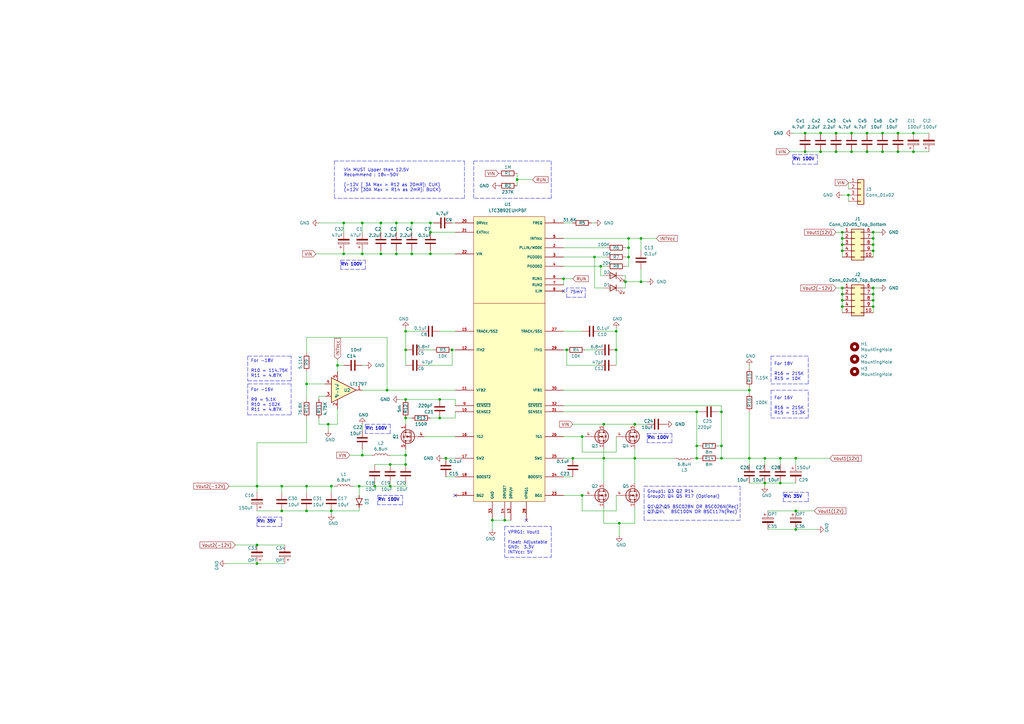
<source format=kicad_sch>
(kicad_sch (version 20211123) (generator eeschema)
  (paper "A3")
  (junction (at 347.98 80.01))
  (junction (at 345.44 125.73))
  (junction (at 355.6 54.61))
  (junction (at 125.73 157.48))
  (junction (at 345.44 97.79))
  (junction (at 201.93 213.36))
  (junction (at 257.81 97.79))
  (junction (at 180.34 171.45))
  (junction (at 257.81 101.6))
  (junction (at 307.34 187.96))
  (junction (at 349.25 62.23))
  (junction (at 345.44 118.11))
  (junction (at 185.42 143.51))
  (junction (at 125.73 199.39))
  (junction (at 168.91 104.14))
  (junction (at 342.9 62.23))
  (junction (at 147.32 199.39))
  (junction (at 349.25 54.61))
  (junction (at 156.21 91.44))
  (junction (at 134.62 173.99))
  (junction (at 115.57 209.55))
  (junction (at 285.75 182.88))
  (junction (at 247.65 173.99))
  (junction (at 358.14 100.33))
  (junction (at 342.9 54.61))
  (junction (at 257.81 105.41))
  (junction (at 330.2 62.23))
  (junction (at 336.55 62.23))
  (junction (at 207.01 213.36))
  (junction (at 182.88 187.96))
  (junction (at 238.76 203.2))
  (junction (at 135.89 199.39))
  (junction (at 307.34 160.02))
  (junction (at 160.02 190.5))
  (junction (at 256.54 115.57))
  (junction (at 212.09 73.66))
  (junction (at 345.44 95.25))
  (junction (at 176.53 91.44))
  (junction (at 260.35 173.99))
  (junction (at 243.84 105.41))
  (junction (at 176.53 104.14))
  (junction (at 358.14 97.79))
  (junction (at 295.91 168.91))
  (junction (at 125.73 209.55))
  (junction (at 166.37 186.69))
  (junction (at 166.37 143.51))
  (junction (at 148.59 104.14))
  (junction (at 374.65 54.61))
  (junction (at 231.14 114.3))
  (junction (at 260.35 187.96))
  (junction (at 135.89 209.55))
  (junction (at 238.76 179.07))
  (junction (at 166.37 171.45))
  (junction (at 358.14 102.87))
  (junction (at 345.44 100.33))
  (junction (at 254 214.63))
  (junction (at 115.57 199.39))
  (junction (at 166.37 190.5))
  (junction (at 374.65 62.23))
  (junction (at 368.3 54.61))
  (junction (at 361.95 54.61))
  (junction (at 232.41 143.51))
  (junction (at 361.95 62.23))
  (junction (at 160.02 199.39))
  (junction (at 176.53 95.25))
  (junction (at 320.04 198.12))
  (junction (at 168.91 91.44))
  (junction (at 345.44 123.19))
  (junction (at 105.41 223.52))
  (junction (at 355.6 62.23))
  (junction (at 313.69 187.96))
  (junction (at 162.56 104.14))
  (junction (at 252.73 143.51))
  (junction (at 358.14 123.19))
  (junction (at 358.14 125.73))
  (junction (at 156.21 104.14))
  (junction (at 358.14 118.11))
  (junction (at 345.44 102.87))
  (junction (at 140.97 91.44))
  (junction (at 148.59 91.44))
  (junction (at 246.38 109.22))
  (junction (at 295.91 182.88))
  (junction (at 320.04 187.96))
  (junction (at 330.2 54.61))
  (junction (at 153.67 199.39))
  (junction (at 166.37 163.83))
  (junction (at 234.95 187.96))
  (junction (at 138.43 149.86))
  (junction (at 262.89 97.79))
  (junction (at 345.44 120.65))
  (junction (at 148.59 186.69))
  (junction (at 326.39 187.96))
  (junction (at 247.65 187.96))
  (junction (at 180.34 163.83))
  (junction (at 358.14 120.65))
  (junction (at 295.91 187.96))
  (junction (at 166.37 135.89))
  (junction (at 285.75 168.91))
  (junction (at 326.39 217.17))
  (junction (at 313.69 198.12))
  (junction (at 162.56 91.44))
  (junction (at 285.75 187.96))
  (junction (at 368.3 62.23))
  (junction (at 326.39 209.55))
  (junction (at 105.41 231.14))
  (junction (at 262.89 115.57))
  (junction (at 158.75 160.02))
  (junction (at 105.41 199.39))
  (junction (at 358.14 95.25))
  (junction (at 336.55 54.61))
  (junction (at 252.73 135.89))
  (junction (at 140.97 104.14))
  (no_connect (at 215.9 213.36))
  (no_connect (at 231.14 119.38))
  (no_connect (at 186.69 203.2))
  (wire (pts (xy 345.44 100.33) (xy 345.44 102.87)))
  (wire (pts (xy 243.84 105.41) (xy 248.92 105.41)))
  (polyline (pts (xy 316.23 171.45) (xy 331.47 171.45)))
  (wire (pts (xy 166.37 186.69) (xy 166.37 190.5)))
  (polyline (pts (xy 190.5 66.04) (xy 190.5 81.28)))
  (wire (pts (xy 287.02 182.88) (xy 285.75 182.88)))
  (wire (pts (xy 252.73 179.07) (xy 252.73 185.42)))
  (polyline (pts (xy 115.57 215.9) (xy 105.41 215.9)))
  (wire (pts (xy 135.89 199.39) (xy 135.89 201.93)))
  (wire (pts (xy 358.14 125.73) (xy 358.14 128.27)))
  (wire (pts (xy 160.02 190.5) (xy 166.37 190.5)))
  (wire (pts (xy 137.16 199.39) (xy 135.89 199.39)))
  (wire (pts (xy 307.34 190.5) (xy 307.34 187.96)))
  (wire (pts (xy 336.55 54.61) (xy 342.9 54.61)))
  (wire (pts (xy 180.34 171.45) (xy 176.53 171.45)))
  (wire (pts (xy 115.57 199.39) (xy 125.73 199.39)))
  (polyline (pts (xy 303.53 213.36) (xy 264.16 213.36)))
  (polyline (pts (xy 316.23 160.02) (xy 316.23 171.45)))
  (polyline (pts (xy 190.5 81.28) (xy 137.16 81.28)))
  (wire (pts (xy 147.32 199.39) (xy 144.78 199.39)))
  (wire (pts (xy 207.01 213.36) (xy 201.93 213.36)))
  (wire (pts (xy 313.69 190.5) (xy 313.69 187.96)))
  (wire (pts (xy 358.14 123.19) (xy 358.14 125.73)))
  (wire (pts (xy 342.9 54.61) (xy 349.25 54.61)))
  (wire (pts (xy 186.69 163.83) (xy 186.69 166.37)))
  (wire (pts (xy 257.81 101.6) (xy 257.81 105.41)))
  (wire (pts (xy 133.35 157.48) (xy 125.73 157.48)))
  (wire (pts (xy 358.14 97.79) (xy 358.14 100.33)))
  (wire (pts (xy 185.42 143.51) (xy 186.69 143.51)))
  (wire (pts (xy 185.42 149.86) (xy 173.99 149.86)))
  (wire (pts (xy 345.44 125.73) (xy 345.44 128.27)))
  (wire (pts (xy 140.97 91.44) (xy 148.59 91.44)))
  (wire (pts (xy 105.41 223.52) (xy 116.84 223.52)))
  (wire (pts (xy 234.95 187.96) (xy 231.14 187.96)))
  (wire (pts (xy 255.27 113.03) (xy 256.54 113.03)))
  (polyline (pts (xy 303.53 199.39) (xy 303.53 213.36)))
  (wire (pts (xy 374.65 54.61) (xy 381 54.61)))
  (wire (pts (xy 166.37 143.51) (xy 166.37 135.89)))
  (wire (pts (xy 148.59 91.44) (xy 156.21 91.44)))
  (wire (pts (xy 257.81 97.79) (xy 262.89 97.79)))
  (wire (pts (xy 254 219.71) (xy 254 214.63)))
  (wire (pts (xy 105.41 223.52) (xy 96.52 223.52)))
  (wire (pts (xy 130.81 173.99) (xy 134.62 173.99)))
  (wire (pts (xy 232.41 143.51) (xy 232.41 149.86)))
  (wire (pts (xy 260.35 187.96) (xy 260.35 198.12)))
  (polyline (pts (xy 137.16 81.28) (xy 137.16 66.04)))
  (wire (pts (xy 345.44 95.25) (xy 345.44 97.79)))
  (wire (pts (xy 358.14 120.65) (xy 358.14 123.19)))
  (wire (pts (xy 243.84 118.11) (xy 243.84 105.41)))
  (polyline (pts (xy 331.47 157.48) (xy 331.47 146.05)))
  (wire (pts (xy 368.3 62.23) (xy 374.65 62.23)))
  (wire (pts (xy 156.21 104.14) (xy 162.56 104.14)))
  (wire (pts (xy 231.14 166.37) (xy 295.91 166.37)))
  (wire (pts (xy 285.75 168.91) (xy 285.75 182.88)))
  (wire (pts (xy 176.53 102.87) (xy 176.53 104.14)))
  (polyline (pts (xy 101.6 156.21) (xy 119.38 156.21)))
  (wire (pts (xy 262.89 110.49) (xy 262.89 115.57)))
  (wire (pts (xy 186.69 171.45) (xy 186.69 168.91)))
  (wire (pts (xy 232.41 143.51) (xy 231.14 143.51)))
  (wire (pts (xy 148.59 176.53) (xy 148.59 173.99)))
  (polyline (pts (xy 119.38 157.48) (xy 101.6 157.48)))
  (wire (pts (xy 247.65 118.11) (xy 243.84 118.11)))
  (polyline (pts (xy 240.03 121.92) (xy 240.03 118.11)))
  (wire (pts (xy 326.39 198.12) (xy 320.04 198.12)))
  (wire (pts (xy 160.02 198.12) (xy 160.02 199.39)))
  (wire (pts (xy 138.43 152.4) (xy 138.43 149.86)))
  (wire (pts (xy 166.37 134.62) (xy 166.37 135.89)))
  (wire (pts (xy 347.98 80.01) (xy 347.98 82.55)))
  (polyline (pts (xy 149.86 110.49) (xy 139.7 110.49)))
  (polyline (pts (xy 194.31 81.28) (xy 194.31 66.04)))
  (wire (pts (xy 262.89 97.79) (xy 269.24 97.79)))
  (wire (pts (xy 295.91 168.91) (xy 295.91 182.88)))
  (wire (pts (xy 257.81 97.79) (xy 257.81 101.6)))
  (polyline (pts (xy 101.6 157.48) (xy 101.6 170.18)))
  (wire (pts (xy 252.73 135.89) (xy 252.73 134.62)))
  (wire (pts (xy 166.37 149.86) (xy 166.37 143.51)))
  (wire (pts (xy 125.73 201.93) (xy 125.73 199.39)))
  (wire (pts (xy 160.02 186.69) (xy 166.37 186.69)))
  (wire (pts (xy 345.44 95.25) (xy 342.9 95.25)))
  (wire (pts (xy 349.25 54.61) (xy 355.6 54.61)))
  (wire (pts (xy 238.76 185.42) (xy 238.76 179.07)))
  (wire (pts (xy 287.02 168.91) (xy 285.75 168.91)))
  (wire (pts (xy 248.92 101.6) (xy 231.14 101.6)))
  (polyline (pts (xy 275.59 181.61) (xy 265.43 181.61)))
  (wire (pts (xy 256.54 109.22) (xy 257.81 109.22)))
  (wire (pts (xy 238.76 209.55) (xy 238.76 203.2)))
  (polyline (pts (xy 232.41 118.11) (xy 232.41 121.92)))
  (polyline (pts (xy 119.38 146.05) (xy 101.6 146.05)))
  (wire (pts (xy 201.93 213.36) (xy 201.93 217.17)))
  (wire (pts (xy 347.98 80.01) (xy 345.44 80.01)))
  (polyline (pts (xy 139.7 106.68) (xy 149.86 106.68)))
  (wire (pts (xy 125.73 209.55) (xy 135.89 209.55)))
  (polyline (pts (xy 101.6 170.18) (xy 119.38 170.18)))
  (wire (pts (xy 240.03 203.2) (xy 238.76 203.2)))
  (wire (pts (xy 125.73 138.43) (xy 125.73 144.78)))
  (wire (pts (xy 147.32 203.2) (xy 147.32 199.39)))
  (polyline (pts (xy 160.02 177.8) (xy 149.86 177.8)))
  (polyline (pts (xy 101.6 146.05) (xy 101.6 156.21)))
  (polyline (pts (xy 207.01 215.9) (xy 207.01 228.6)))
  (wire (pts (xy 176.53 95.25) (xy 176.53 91.44)))
  (wire (pts (xy 247.65 173.99) (xy 260.35 173.99)))
  (polyline (pts (xy 331.47 205.74) (xy 321.31 205.74)))
  (wire (pts (xy 177.8 143.51) (xy 173.99 143.51)))
  (wire (pts (xy 166.37 135.89) (xy 172.72 135.89)))
  (wire (pts (xy 93.98 199.39) (xy 105.41 199.39)))
  (wire (pts (xy 313.69 187.96) (xy 320.04 187.96)))
  (wire (pts (xy 180.34 135.89) (xy 186.69 135.89)))
  (wire (pts (xy 186.69 104.14) (xy 176.53 104.14)))
  (wire (pts (xy 294.64 168.91) (xy 295.91 168.91)))
  (polyline (pts (xy 137.16 66.04) (xy 190.5 66.04)))
  (wire (pts (xy 148.59 186.69) (xy 143.51 186.69)))
  (wire (pts (xy 326.39 187.96) (xy 340.36 187.96)))
  (wire (pts (xy 307.34 160.02) (xy 307.34 161.29)))
  (polyline (pts (xy 232.41 121.92) (xy 240.03 121.92)))
  (polyline (pts (xy 149.86 106.68) (xy 149.86 110.49)))
  (wire (pts (xy 160.02 199.39) (xy 153.67 199.39)))
  (wire (pts (xy 168.91 95.25) (xy 168.91 91.44)))
  (wire (pts (xy 212.09 73.66) (xy 218.44 73.66)))
  (wire (pts (xy 246.38 135.89) (xy 252.73 135.89)))
  (wire (pts (xy 153.67 190.5) (xy 160.02 190.5)))
  (wire (pts (xy 313.69 198.12) (xy 320.04 198.12)))
  (wire (pts (xy 307.34 198.12) (xy 313.69 198.12)))
  (polyline (pts (xy 207.01 215.9) (xy 226.06 215.9)))
  (wire (pts (xy 148.59 149.86) (xy 149.86 149.86)))
  (wire (pts (xy 361.95 54.61) (xy 368.3 54.61)))
  (wire (pts (xy 138.43 173.99) (xy 134.62 173.99)))
  (wire (pts (xy 148.59 95.25) (xy 148.59 91.44)))
  (wire (pts (xy 130.81 171.45) (xy 130.81 173.99)))
  (wire (pts (xy 105.41 199.39) (xy 105.41 201.93)))
  (wire (pts (xy 153.67 199.39) (xy 147.32 199.39)))
  (wire (pts (xy 176.53 91.44) (xy 177.8 91.44)))
  (polyline (pts (xy 226.06 215.9) (xy 226.06 228.6)))
  (wire (pts (xy 361.95 62.23) (xy 368.3 62.23)))
  (wire (pts (xy 358.14 102.87) (xy 358.14 105.41)))
  (wire (pts (xy 140.97 149.86) (xy 138.43 149.86)))
  (wire (pts (xy 105.41 209.55) (xy 115.57 209.55)))
  (wire (pts (xy 381 62.23) (xy 374.65 62.23)))
  (wire (pts (xy 320.04 190.5) (xy 320.04 187.96)))
  (polyline (pts (xy 194.31 66.04) (xy 226.06 66.04)))
  (wire (pts (xy 285.75 187.96) (xy 284.48 187.96)))
  (wire (pts (xy 238.76 203.2) (xy 231.14 203.2)))
  (wire (pts (xy 162.56 95.25) (xy 162.56 91.44)))
  (wire (pts (xy 336.55 62.23) (xy 330.2 62.23)))
  (wire (pts (xy 252.73 149.86) (xy 252.73 143.51)))
  (wire (pts (xy 326.39 190.5) (xy 326.39 187.96)))
  (polyline (pts (xy 325.12 63.5) (xy 335.28 63.5)))
  (wire (pts (xy 285.75 182.88) (xy 285.75 187.96)))
  (wire (pts (xy 313.69 198.12) (xy 313.69 199.39)))
  (wire (pts (xy 125.73 199.39) (xy 135.89 199.39)))
  (wire (pts (xy 176.53 95.25) (xy 186.69 95.25)))
  (wire (pts (xy 256.54 115.57) (xy 262.89 115.57)))
  (wire (pts (xy 307.34 187.96) (xy 313.69 187.96)))
  (wire (pts (xy 260.35 187.96) (xy 276.86 187.96)))
  (wire (pts (xy 247.65 187.96) (xy 260.35 187.96)))
  (wire (pts (xy 262.89 97.79) (xy 262.89 102.87)))
  (wire (pts (xy 231.14 97.79) (xy 257.81 97.79)))
  (wire (pts (xy 156.21 91.44) (xy 162.56 91.44)))
  (wire (pts (xy 345.44 120.65) (xy 345.44 123.19)))
  (wire (pts (xy 134.62 173.99) (xy 134.62 176.53)))
  (polyline (pts (xy 226.06 66.04) (xy 226.06 81.28)))
  (polyline (pts (xy 165.1 203.2) (xy 165.1 207.01)))
  (wire (pts (xy 242.57 91.44) (xy 243.84 91.44)))
  (polyline (pts (xy 226.06 81.28) (xy 194.31 81.28)))
  (wire (pts (xy 186.69 195.58) (xy 182.88 195.58)))
  (polyline (pts (xy 160.02 173.99) (xy 160.02 177.8)))
  (polyline (pts (xy 149.86 173.99) (xy 160.02 173.99)))
  (polyline (pts (xy 331.47 171.45) (xy 331.47 160.02)))
  (wire (pts (xy 257.81 105.41) (xy 257.81 109.22)))
  (wire (pts (xy 345.44 102.87) (xy 345.44 105.41)))
  (polyline (pts (xy 119.38 156.21) (xy 119.38 146.05)))
  (wire (pts (xy 168.91 171.45) (xy 166.37 171.45)))
  (wire (pts (xy 252.73 203.2) (xy 252.73 209.55)))
  (wire (pts (xy 148.59 102.87) (xy 148.59 104.14)))
  (wire (pts (xy 252.73 185.42) (xy 238.76 185.42)))
  (wire (pts (xy 125.73 152.4) (xy 125.73 157.48)))
  (wire (pts (xy 358.14 95.25) (xy 358.14 97.79)))
  (wire (pts (xy 240.03 143.51) (xy 245.11 143.51)))
  (polyline (pts (xy 105.41 215.9) (xy 105.41 212.09)))
  (wire (pts (xy 355.6 62.23) (xy 361.95 62.23)))
  (wire (pts (xy 115.57 209.55) (xy 125.73 209.55)))
  (polyline (pts (xy 264.16 213.36) (xy 264.16 199.39)))
  (wire (pts (xy 135.89 209.55) (xy 135.89 210.82)))
  (wire (pts (xy 125.73 171.45) (xy 125.73 181.61)))
  (wire (pts (xy 138.43 149.86) (xy 138.43 147.32)))
  (wire (pts (xy 125.73 157.48) (xy 125.73 163.83)))
  (wire (pts (xy 326.39 217.17) (xy 314.96 217.17)))
  (polyline (pts (xy 316.23 146.05) (xy 316.23 157.48)))
  (wire (pts (xy 156.21 95.25) (xy 156.21 91.44)))
  (polyline (pts (xy 149.86 177.8) (xy 149.86 173.99)))
  (wire (pts (xy 358.14 95.25) (xy 360.68 95.25)))
  (polyline (pts (xy 331.47 160.02) (xy 316.23 160.02)))
  (wire (pts (xy 209.55 213.36) (xy 207.01 213.36)))
  (wire (pts (xy 168.91 102.87) (xy 168.91 104.14)))
  (wire (pts (xy 256.54 118.11) (xy 255.27 118.11)))
  (polyline (pts (xy 335.28 63.5) (xy 335.28 67.31)))
  (wire (pts (xy 130.81 162.56) (xy 133.35 162.56)))
  (wire (pts (xy 130.81 91.44) (xy 140.97 91.44)))
  (wire (pts (xy 162.56 91.44) (xy 168.91 91.44)))
  (polyline (pts (xy 115.57 212.09) (xy 115.57 215.9)))
  (wire (pts (xy 256.54 105.41) (xy 257.81 105.41)))
  (wire (pts (xy 246.38 113.03) (xy 246.38 109.22)))
  (polyline (pts (xy 321.31 201.93) (xy 331.47 201.93)))
  (wire (pts (xy 345.44 123.19) (xy 345.44 125.73)))
  (wire (pts (xy 252.73 209.55) (xy 238.76 209.55)))
  (wire (pts (xy 247.65 184.15) (xy 247.65 187.96)))
  (wire (pts (xy 140.97 104.14) (xy 148.59 104.14)))
  (wire (pts (xy 295.91 187.96) (xy 307.34 187.96)))
  (wire (pts (xy 168.91 104.14) (xy 176.53 104.14)))
  (wire (pts (xy 166.37 171.45) (xy 166.37 173.99)))
  (wire (pts (xy 240.03 179.07) (xy 238.76 179.07)))
  (wire (pts (xy 231.14 114.3) (xy 234.95 114.3)))
  (wire (pts (xy 105.41 199.39) (xy 115.57 199.39)))
  (wire (pts (xy 231.14 195.58) (xy 234.95 195.58)))
  (polyline (pts (xy 139.7 110.49) (xy 139.7 106.68)))
  (wire (pts (xy 256.54 113.03) (xy 256.54 115.57)))
  (wire (pts (xy 256.54 115.57) (xy 256.54 118.11)))
  (polyline (pts (xy 265.43 181.61) (xy 265.43 177.8)))
  (wire (pts (xy 231.14 168.91) (xy 285.75 168.91)))
  (wire (pts (xy 246.38 109.22) (xy 248.92 109.22)))
  (wire (pts (xy 212.09 73.66) (xy 212.09 76.2)))
  (wire (pts (xy 234.95 187.96) (xy 247.65 187.96)))
  (wire (pts (xy 355.6 54.61) (xy 361.95 54.61)))
  (wire (pts (xy 234.95 173.99) (xy 247.65 173.99)))
  (wire (pts (xy 294.64 187.96) (xy 295.91 187.96)))
  (wire (pts (xy 307.34 151.13) (xy 307.34 149.86)))
  (wire (pts (xy 212.09 71.12) (xy 212.09 73.66)))
  (wire (pts (xy 295.91 166.37) (xy 295.91 168.91)))
  (wire (pts (xy 260.35 208.28) (xy 260.35 214.63)))
  (wire (pts (xy 125.73 181.61) (xy 105.41 181.61)))
  (polyline (pts (xy 154.94 207.01) (xy 154.94 203.2)))
  (wire (pts (xy 307.34 160.02) (xy 307.34 158.75)))
  (wire (pts (xy 115.57 201.93) (xy 115.57 199.39)))
  (polyline (pts (xy 240.03 118.11) (xy 232.41 118.11)))
  (polyline (pts (xy 207.01 228.6) (xy 226.06 228.6)))
  (wire (pts (xy 347.98 74.93) (xy 347.98 77.47)))
  (wire (pts (xy 345.44 118.11) (xy 345.44 120.65)))
  (wire (pts (xy 287.02 187.96) (xy 285.75 187.96)))
  (wire (pts (xy 105.41 231.14) (xy 116.84 231.14)))
  (wire (pts (xy 238.76 135.89) (xy 231.14 135.89)))
  (wire (pts (xy 148.59 104.14) (xy 156.21 104.14)))
  (wire (pts (xy 260.35 173.99) (xy 265.43 173.99)))
  (wire (pts (xy 129.54 104.14) (xy 140.97 104.14)))
  (wire (pts (xy 166.37 184.15) (xy 166.37 186.69)))
  (wire (pts (xy 349.25 62.23) (xy 342.9 62.23)))
  (wire (pts (xy 180.34 163.83) (xy 166.37 163.83)))
  (wire (pts (xy 158.75 160.02) (xy 148.59 160.02)))
  (wire (pts (xy 232.41 149.86) (xy 245.11 149.86)))
  (wire (pts (xy 92.71 231.14) (xy 105.41 231.14)))
  (wire (pts (xy 262.89 115.57) (xy 265.43 115.57)))
  (wire (pts (xy 148.59 184.15) (xy 148.59 186.69)))
  (wire (pts (xy 231.14 116.84) (xy 231.14 114.3)))
  (wire (pts (xy 358.14 118.11) (xy 360.68 118.11)))
  (wire (pts (xy 186.69 179.07) (xy 173.99 179.07)))
  (wire (pts (xy 358.14 100.33) (xy 358.14 102.87)))
  (wire (pts (xy 186.69 160.02) (xy 158.75 160.02)))
  (wire (pts (xy 247.65 208.28) (xy 247.65 214.63)))
  (polyline (pts (xy 264.16 199.39) (xy 303.53 199.39)))
  (wire (pts (xy 140.97 102.87) (xy 140.97 104.14)))
  (wire (pts (xy 168.91 91.44) (xy 176.53 91.44)))
  (polyline (pts (xy 275.59 177.8) (xy 275.59 181.61)))
  (wire (pts (xy 326.39 217.17) (xy 335.28 217.17)))
  (wire (pts (xy 166.37 199.39) (xy 160.02 199.39)))
  (polyline (pts (xy 119.38 170.18) (xy 119.38 157.48)))
  (wire (pts (xy 105.41 181.61) (xy 105.41 199.39)))
  (polyline (pts (xy 154.94 203.2) (xy 165.1 203.2)))
  (wire (pts (xy 185.42 143.51) (xy 185.42 149.86)))
  (wire (pts (xy 156.21 102.87) (xy 156.21 104.14)))
  (wire (pts (xy 234.95 91.44) (xy 231.14 91.44)))
  (wire (pts (xy 323.85 62.23) (xy 330.2 62.23)))
  (wire (pts (xy 320.04 187.96) (xy 326.39 187.96)))
  (polyline (pts (xy 316.23 157.48) (xy 331.47 157.48)))
  (polyline (pts (xy 105.41 212.09) (xy 115.57 212.09)))
  (wire (pts (xy 295.91 182.88) (xy 295.91 187.96)))
  (wire (pts (xy 153.67 198.12) (xy 153.67 199.39)))
  (polyline (pts (xy 165.1 207.01) (xy 154.94 207.01)))
  (wire (pts (xy 325.12 54.61) (xy 330.2 54.61)))
  (wire (pts (xy 260.35 184.15) (xy 260.35 187.96)))
  (wire (pts (xy 138.43 173.99) (xy 138.43 167.64)))
  (polyline (pts (xy 331.47 146.05) (xy 316.23 146.05)))
  (polyline (pts (xy 325.12 67.31) (xy 325.12 63.5)))
  (wire (pts (xy 254 214.63) (xy 260.35 214.63)))
  (wire (pts (xy 147.32 208.28) (xy 147.32 209.55)))
  (wire (pts (xy 294.64 182.88) (xy 295.91 182.88)))
  (wire (pts (xy 162.56 104.14) (xy 168.91 104.14)))
  (wire (pts (xy 180.34 171.45) (xy 186.69 171.45)))
  (wire (pts (xy 231.14 160.02) (xy 307.34 160.02)))
  (wire (pts (xy 358.14 118.11) (xy 358.14 120.65)))
  (wire (pts (xy 307.34 168.91) (xy 307.34 187.96)))
  (wire (pts (xy 257.81 101.6) (xy 256.54 101.6)))
  (wire (pts (xy 135.89 209.55) (xy 147.32 209.55)))
  (wire (pts (xy 181.61 187.96) (xy 182.88 187.96)))
  (wire (pts (xy 130.81 163.83) (xy 130.81 162.56)))
  (wire (pts (xy 158.75 160.02) (xy 158.75 138.43)))
  (wire (pts (xy 238.76 179.07) (xy 231.14 179.07)))
  (wire (pts (xy 231.14 109.22) (xy 246.38 109.22)))
  (wire (pts (xy 330.2 54.61) (xy 336.55 54.61)))
  (wire (pts (xy 326.39 209.55) (xy 314.96 209.55)))
  (wire (pts (xy 247.65 187.96) (xy 247.65 198.12)))
  (wire (pts (xy 247.65 113.03) (xy 246.38 113.03)))
  (wire (pts (xy 252.73 143.51) (xy 252.73 135.89)))
  (wire (pts (xy 140.97 95.25) (xy 140.97 91.44)))
  (wire (pts (xy 186.69 91.44) (xy 185.42 91.44)))
  (wire (pts (xy 158.75 138.43) (xy 125.73 138.43)))
  (polyline (pts (xy 331.47 201.93) (xy 331.47 205.74)))
  (wire (pts (xy 166.37 198.12) (xy 166.37 199.39)))
  (wire (pts (xy 162.56 102.87) (xy 162.56 104.14)))
  (wire (pts (xy 349.25 62.23) (xy 355.6 62.23)))
  (wire (pts (xy 247.65 214.63) (xy 254 214.63)))
  (polyline (pts (xy 321.31 205.74) (xy 321.31 201.93)))
  (polyline (pts (xy 265.43 177.8) (xy 275.59 177.8)))
  (wire (pts (xy 180.34 163.83) (xy 186.69 163.83)))
  (polyline (pts (xy 335.28 67.31) (xy 325.12 67.31)))
  (wire (pts (xy 345.44 97.79) (xy 345.44 100.33)))
  (wire (pts (xy 334.01 209.55) (xy 326.39 209.55)))
  (wire (pts (xy 368.3 54.61) (xy 374.65 54.61)))
  (wire (pts (xy 342.9 118.11) (xy 345.44 118.11)))
  (wire (pts (xy 231.14 105.41) (xy 243.84 105.41)))
  (wire (pts (xy 152.4 186.69) (xy 148.59 186.69)))
  (wire (pts (xy 342.9 62.23) (xy 336.55 62.23)))
  (wire (pts (xy 182.88 187.96) (xy 186.69 187.96)))
  (wire (pts (xy 166.37 163.83) (xy 163.83 163.83)))
  (text "For 18V\n\nR16 = 215K\nR15 = 10K" (at 317.5 156.21 0) (effects (font (size 1.27 1.27)) (justify left bottom)))
  (text "For -18V\n\nR10 = 114.75K\nR11 = 4.87K" (at 102.87 154.94 0) (effects (font (size 1.27 1.27)) (justify left bottom)))
  (text "Vin MUST Upper then 12.5V\nRecommend : 18v-50V\n\n(-12V [ 3A Max > R12 as 20mR]: CUK)\n(+12V [30A Max > R14 as 2mR]: BUCK)" (at 140.97 78.74 0) (effects (font (size 1.27 1.27)) (justify left bottom)))
  (text "RV: 100V" (at 154.94 205.74 0) (effects (font (size 1.27 1.27) (thickness 0.254) bold) (justify left bottom)))
  (text "RV: 35V" (at 105.41 214.63 0) (effects (font (size 1.27 1.27) (thickness 0.254) bold) (justify left bottom)))
  (text "For -16V\n\nR9 = 5.1K\nR10 = 102K\nR11 = 4.87K" (at 102.87 168.91 0) (effects (font (size 1.27 1.27)) (justify left bottom)))
  (text "RV: 100V" (at 325.12 66.04 0) (effects (font (size 1.27 1.27) (thickness 0.254) bold) (justify left bottom)))
  (text "RV: 35V" (at 321.31 204.47 0) (effects (font (size 1.27 1.27) (thickness 0.254) bold) (justify left bottom)))
  (text "Q1\\Q2\\Q5 BSC028N OR BSC026N(Rec)\nQ3\\Q4\\   BSC100N OR BSC117N(Rec)" (at 265.43 210.82 0) (effects (font (size 1.27 1.27)) (justify left bottom)))
  (text "75mV" (at 233.68 120.65 0) (effects (font (size 1.27 1.27)) (justify left bottom)))
  (text "VPRG1: Vout1\n\nFloat: Adjustable\nGND:  3.3V\nINTVcc: 5V" (at 208.28 227.33 0) (effects (font (size 1.27 1.27)) (justify left bottom)))
  (text "Group1: Q3 Q2 R14\nGroup2: Q4 Q5 R17 (Optional)" (at 265.43 204.47 0) (effects (font (size 1.27 1.27)) (justify left bottom)))
  (text "For 16V\n\nR16 = 215K\nR15 = 11.3K" (at 317.5 170.18 0) (effects (font (size 1.27 1.27)) (justify left bottom)))
  (text "RV: 100V" (at 149.86 176.53 0) (effects (font (size 1.27 1.27) (thickness 0.254) bold) (justify left bottom)))
  (text "RV: 100V" (at 139.7 109.22 0) (effects (font (size 1.27 1.27) (thickness 0.254) bold) (justify left bottom)))
  (text "RV: 100V" (at 265.43 180.34 0) (effects (font (size 1.27 1.27) (thickness 0.254) bold) (justify left bottom)))
  (global_label "RUN" (shape input) (at 218.44 73.66 0) (property "Intersheet References" "${INTERSHEET_REFS}" (effects hide)))
  (global_label "INTVcc" (shape input) (at 138.43 147.32 90) (property "Intersheet References" "${INTERSHEET_REFS}" (effects hide)))
  (global_label "Vout1(12V)" (shape input) (at 334.01 209.55 0) (property "Intersheet References" "${INTERSHEET_REFS}" (effects hide)))
  (global_label "Vout2(-12V)" (shape input) (at 342.9 118.11 180) (property "Intersheet References" "${INTERSHEET_REFS}" (effects hide)))
  (global_label "Vout2(-12V)" (shape input) (at 93.98 199.39 180) (property "Intersheet References" "${INTERSHEET_REFS}" (effects hide)))
  (global_label "VIN" (shape input) (at 129.54 104.14 180) (property "Intersheet References" "${INTERSHEET_REFS}" (effects hide)))
  (global_label "VIN" (shape input) (at 143.51 186.69 180) (property "Intersheet References" "${INTERSHEET_REFS}" (effects hide)))
  (global_label "VIN" (shape input) (at 204.47 71.12 180) (property "Intersheet References" "${INTERSHEET_REFS}" (effects hide)))
  (global_label "Vout1(12V)" (shape input) (at 342.9 95.25 180) (property "Intersheet References" "${INTERSHEET_REFS}" (effects hide)))
  (global_label "VIN" (shape input) (at 234.95 173.99 180) (property "Intersheet References" "${INTERSHEET_REFS}" (effects hide)))
  (global_label "INTVcc" (shape input) (at 269.24 97.79 0) (property "Intersheet References" "${INTERSHEET_REFS}" (effects hide)))
  (global_label "Vout1(12V)" (shape input) (at 340.36 187.96 0) (property "Intersheet References" "${INTERSHEET_REFS}" (effects hide)))
  (global_label "VIN" (shape input) (at 347.98 74.93 180) (property "Intersheet References" "${INTERSHEET_REFS}" (effects hide)))
  (global_label "RUN" (shape input) (at 234.95 114.3 0) (property "Intersheet References" "${INTERSHEET_REFS}" (effects hide)))
  (global_label "VIN" (shape input) (at 323.85 62.23 180) (property "Intersheet References" "${INTERSHEET_REFS}" (effects hide)))
  (global_label "Vout2(-12V)" (shape input) (at 96.52 223.52 180) (property "Intersheet References" "${INTERSHEET_REFS}" (effects hide)))
  (symbol (lib_id "LTC3892EUHPBF:LTC3892EUHPBF") (at 208.28 139.7 0) (unit 1)
    (property "Reference" "U1" (at 208.28 83.82 0))
    (property "Value" "LTC3892EUHPBF" (at 208.28 86.36 0))
    (property "Footprint" "QFN-32_UH" (effects hide))
    (property "VENDOR" "Linear Technology" (effects hide))
    (property "MANUFACTURER_PART_NUMBER" "ltc3892euh#pbf" (effects hide))
  )
  (symbol (lib_id "power:GND") (at 265.43 115.57 90) (mirror x) (unit 1)
    (property "Reference" "#PWR09" (effects hide))
    (property "Value" "GND" (at 269.24 115.57 90) (effects (justify right)))
  )
  (symbol (lib_id "Device:R") (at 238.76 91.44 90) (mirror x) (unit 1)
    (property "Reference" "R5" (at 238.76 91.44 90))
    (property "Value" "31.6K" (at 233.68 90.17 90))
    (property "Footprint" "Resistor_SMD:R_0402_1005Metric" (effects hide))
  )
  (symbol (lib_id "power:GND") (at 201.93 217.17 0) (unit 1)
    (property "Reference" "#PWR06" (effects hide))
    (property "Value" "GND" (at 203.2 220.98 0) (effects (justify right)))
  )
  (symbol (lib_id "Device:R") (at 252.73 101.6 90) (mirror x) (unit 1)
    (property "Reference" "R6" (at 252.73 101.6 90))
    (property "Value" "100K" (at 247.65 100.33 90))
    (property "Footprint" "Resistor_SMD:R_0402_1005Metric" (effects hide))
  )
  (symbol (lib_id "Transistor_FET:BSC026N08NS5") (at 245.11 203.2 0) (unit 1)
    (property "Reference" "Q2" (at 242.57 199.39 0) (effects (justify left)))
    (property "Value" "BSC026N08NS5" (effects hide))
    (property "Footprint" "Package_TO_SOT_SMD:TDSON-8-1" (effects hide))
    (property "Datasheet" "http://www.infineon.com/dgdl/Infineon-BSC026N08NS5-DS-v02_01-EN.pdf?fileId=5546d4624ad04ef9014ae2eace7629e0" (effects hide))
  )
  (symbol (lib_id "Device:R") (at 252.73 109.22 270) (mirror x) (unit 1)
    (property "Reference" "R8" (at 252.73 109.22 90))
    (property "Value" "20K" (at 248.92 107.95 90))
    (property "Footprint" "Resistor_SMD:R_0402_1005Metric" (effects hide))
  )
  (symbol (lib_id "Device:R") (at 252.73 105.41 270) (mirror x) (unit 1)
    (property "Reference" "R7" (at 252.73 105.41 90))
    (property "Value" "10K" (at 248.92 104.14 90))
    (property "Footprint" "Resistor_SMD:R_0402_1005Metric" (effects hide))
  )
  (symbol (lib_id "Device:C") (at 262.89 106.68 0) (unit 1)
    (property "Reference" "C13" (at 264.16 101.6 0) (effects (justify left)))
    (property "Value" "0.1uF" (at 264.16 104.14 0) (effects (justify left)))
    (property "Footprint" "Capacitor_SMD:C_0402_1005Metric" (effects hide))
  )
  (symbol (lib_id "Device:LED") (at 251.46 118.11 0) (mirror y) (unit 1)
    (property "Reference" "D1" (at 248.92 116.84 0))
    (property "Value" "LED" (effects hide))
    (property "Footprint" "LED_SMD:LED_0402_1005Metric" (effects hide))
  )
  (symbol (lib_id "Device:LED") (at 251.46 113.03 0) (mirror y) (unit 1)
    (property "Reference" "D2" (at 248.92 111.76 0))
    (property "Value" "LED" (effects hide))
    (property "Footprint" "LED_SMD:LED_0402_1005Metric" (effects hide))
  )
  (symbol (lib_id "Device:C_Polarized") (at 140.97 99.06 0) (mirror x) (unit 1)
    (property "Reference" "C32" (at 137.16 93.98 0) (effects (justify left)))
    (property "Value" "47uF" (at 135.89 96.52 0) (effects (justify left)))
    (property "Footprint" "Capacitor_SMD:CP_Elec_10x10" (effects hide))
  )
  (symbol (lib_id "power:GND") (at 243.84 91.44 90) (mirror x) (unit 1)
    (property "Reference" "#PWR07" (effects hide))
    (property "Value" "GND" (at 247.65 91.44 90) (effects (justify right)))
  )
  (symbol (lib_id "Device:R") (at 208.28 71.12 270) (mirror x) (unit 1)
    (property "Reference" "R1" (at 208.28 71.12 90))
    (property "Value" "1M" (at 208.28 68.58 90))
    (property "Footprint" "Resistor_SMD:R_0402_1005Metric" (effects hide))
  )
  (symbol (lib_id "Device:R") (at 208.28 76.2 90) (mirror x) (unit 1)
    (property "Reference" "R2" (at 208.28 76.2 90))
    (property "Value" "237K" (at 208.28 78.74 90))
    (property "Footprint" "Resistor_SMD:R_0402_1005Metric" (effects hide))
  )
  (symbol (lib_id "power:GND") (at 204.47 76.2 270) (unit 1)
    (property "Reference" "#PWR04" (effects hide))
    (property "Value" "GND" (at 200.66 76.2 90) (effects (justify right)))
  )
  (symbol (lib_id "Transistor_FET:BSC117N08NS5") (at 257.81 179.07 0) (unit 1)
    (property "Reference" "Q4" (at 255.27 182.88 0) (effects (justify left)))
    (property "Value" "BSC117N08NS5" (effects hide))
    (property "Footprint" "Package_TO_SOT_SMD:TDSON-8-1" (effects hide))
    (property "Datasheet" "http://www.infineon.com/dgdl/Infineon-BSC117N08NS5-DS-v02_00-EN.pdf?fileId=5546d4624ad04ef9014ae97632721c1b" (effects hide))
  )
  (symbol (lib_id "Device:C_Polarized") (at 105.41 227.33 180) (unit 1)
    (property "Reference" "C33" (at 101.6 224.79 0) (effects (justify right)))
    (property "Value" "OPT" (at 101.6 229.87 0) (effects (justify right)))
    (property "Footprint" "Capacitor_SMD:CP_Elec_8x10" (effects hide))
  )
  (symbol (lib_id "Transistor_FET:BSC026N08NS5") (at 257.81 203.2 0) (unit 1)
    (property "Reference" "Q5" (at 255.27 199.39 0) (effects (justify left)))
    (property "Value" "BSC026N08NS5" (effects hide))
    (property "Footprint" "Package_TO_SOT_SMD:TDSON-8-1" (effects hide))
    (property "Datasheet" "http://www.infineon.com/dgdl/Infineon-BSC026N08NS5-DS-v02_01-EN.pdf?fileId=5546d4624ad04ef9014ae2eace7629e0" (effects hide))
  )
  (symbol (lib_id "Device:C") (at 181.61 91.44 90) (mirror x) (unit 1)
    (property "Reference" "C9" (at 185.42 90.17 90) (effects (justify left)))
    (property "Value" "4.7uF" (at 184.15 87.63 90) (effects (justify left)))
    (property "Footprint" "Capacitor_SMD:C_0402_1005Metric" (effects hide))
  )
  (symbol (lib_id "power:GND") (at 130.81 91.44 270) (mirror x) (unit 1)
    (property "Reference" "#PWR01" (effects hide))
    (property "Value" "GND" (at 127 91.44 90) (effects (justify right)))
  )
  (symbol (lib_id "Device:C") (at 176.53 99.06 0) (mirror x) (unit 1)
    (property "Reference" "C7" (at 173.99 93.98 0) (effects (justify left)))
    (property "Value" "0.1uF" (at 171.45 96.52 0) (effects (justify left)))
    (property "Footprint" "Capacitor_SMD:C_0603_1608Metric" (effects hide))
  )
  (symbol (lib_id "Device:C") (at 168.91 99.06 0) (mirror x) (unit 1)
    (property "Reference" "C4" (at 166.37 93.98 0) (effects (justify left)))
    (property "Value" "2.2uF" (at 163.83 96.52 0) (effects (justify left)))
    (property "Footprint" "Capacitor_SMD:C_1206_3216Metric" (effects hide))
  )
  (symbol (lib_id "Device:C") (at 162.56 99.06 0) (mirror x) (unit 1)
    (property "Reference" "C3" (at 160.02 93.98 0) (effects (justify left)))
    (property "Value" "2.2uF" (at 157.48 96.52 0) (effects (justify left)))
    (property "Footprint" "Capacitor_SMD:C_1206_3216Metric" (effects hide))
  )
  (symbol (lib_id "Device:C") (at 156.21 99.06 0) (mirror x) (unit 1)
    (property "Reference" "C2" (at 153.67 93.98 0) (effects (justify left)))
    (property "Value" "2.2uF" (at 151.13 96.52 0) (effects (justify left)))
    (property "Footprint" "Capacitor_SMD:C_1206_3216Metric" (effects hide))
  )
  (symbol (lib_id "Device:C_Polarized") (at 148.59 99.06 0) (mirror x) (unit 1)
    (property "Reference" "C1" (at 146.05 93.98 0) (effects (justify left)))
    (property "Value" "47uF" (at 143.51 96.52 0) (effects (justify left)))
    (property "Footprint" "Capacitor_SMD:CP_Elec_10x10" (effects hide))
  )
  (symbol (lib_id "power:GND") (at 92.71 231.14 270) (mirror x) (unit 1)
    (property "Reference" "#PWR0101" (effects hide))
    (property "Value" "GND" (at 88.9 229.87 0) (effects (justify right)))
  )
  (symbol (lib_id "Device:C") (at 234.95 191.77 0) (mirror y) (unit 1)
    (property "Reference" "C23" (at 233.68 194.31 0) (effects (justify left)))
    (property "Value" "0.1uF" (at 233.68 189.23 0) (effects (justify left)))
    (property "Footprint" "Capacitor_SMD:C_0603_1608Metric" (effects hide))
  )
  (symbol (lib_id "Connector_Generic:Conn_01x04") (at 353.06 77.47 0) (unit 1)
    (property "Reference" "J3" (at 355.092 77.6732 0) (effects (justify left)))
    (property "Value" "Conn_01x02" (at 355.092 79.9846 0) (effects (justify left)))
    (property "Footprint" "Connector_Molex:Molex_Mini-Fit_Jr_5566-04A_2x02_P4.20mm_Vertical" (effects hide))
  )
  (symbol (lib_id "Connector_Generic:Conn_02x05_Top_Bottom") (at 350.52 100.33 0) (unit 1)
    (property "Reference" "J1" (at 351.79 89.7382 0))
    (property "Value" "Conn_02x05_Top_Bottom" (at 351.79 92.0496 0))
    (property "Footprint" "Connector_Molex:Molex_Micro-Fit_3.0_43045-1012_2x05_P3.00mm_Vertical" (effects hide))
  )
  (symbol (lib_id "Connector_Generic:Conn_02x05_Top_Bottom") (at 350.52 123.19 0) (unit 1)
    (property "Reference" "J2" (at 351.79 112.5982 0))
    (property "Value" "Conn_02x05_Top_Bottom" (at 351.79 114.9096 0))
    (property "Footprint" "Connector_Molex:Molex_Micro-Fit_3.0_43045-1012_2x05_P3.00mm_Vertical" (effects hide))
  )
  (symbol (lib_id "Transistor_FET:BSC117N08NS5") (at 245.11 179.07 0) (unit 1)
    (property "Reference" "Q3" (at 242.57 182.88 0) (effects (justify left)))
    (property "Value" "BSC117N08NS5" (effects hide))
    (property "Footprint" "Package_TO_SOT_SMD:TDSON-8-1" (effects hide))
    (property "Datasheet" "http://www.infineon.com/dgdl/Infineon-BSC117N08NS5-DS-v02_00-EN.pdf?fileId=5546d4624ad04ef9014ae97632721c1b" (effects hide))
  )
  (symbol (lib_id "Device:C_Polarized") (at 116.84 227.33 180) (unit 1)
    (property "Reference" "C34" (at 113.03 224.79 0) (effects (justify right)))
    (property "Value" "OPT" (at 113.03 229.87 0) (effects (justify right)))
    (property "Footprint" "Capacitor_SMD:CP_Elec_8x10" (effects hide))
  )
  (symbol (lib_id "power:GND") (at 345.44 80.01 270) (mirror x) (unit 1)
    (property "Reference" "#PWR018" (effects hide))
    (property "Value" "GND" (at 341.63 80.01 90) (effects (justify right)))
  )
  (symbol (lib_id "power:GND") (at 360.68 118.11 90) (mirror x) (unit 1)
    (property "Reference" "#PWR020" (effects hide))
    (property "Value" "GND" (at 364.49 118.11 90) (effects (justify right)))
  )
  (symbol (lib_id "power:GND") (at 360.68 95.25 90) (mirror x) (unit 1)
    (property "Reference" "#PWR019" (effects hide))
    (property "Value" "GND" (at 364.49 95.25 90) (effects (justify right)))
  )
  (symbol (lib_id "Device:C") (at 176.53 135.89 90) (unit 1)
    (property "Reference" "C8" (at 175.26 137.16 90) (effects (justify left)))
    (property "Value" "0.1uF" (at 175.26 134.62 90) (effects (justify left)))
    (property "Footprint" "Capacitor_SMD:C_0402_1005Metric" (effects hide))
  )
  (symbol (lib_id "Device:C") (at 242.57 135.89 90) (unit 1)
    (property "Reference" "C10" (at 248.92 137.16 90) (effects (justify left)))
    (property "Value" "0.1uF" (at 250.19 134.62 90) (effects (justify left)))
    (property "Footprint" "Capacitor_SMD:C_0402_1005Metric" (effects hide))
  )
  (symbol (lib_id "power:GND") (at 252.73 134.62 0) (mirror x) (unit 1)
    (property "Reference" "#PWR08" (effects hide))
    (property "Value" "GND" (at 255.27 130.81 0) (effects (justify right)))
  )
  (symbol (lib_id "power:GND") (at 166.37 134.62 0) (mirror x) (unit 1)
    (property "Reference" "#PWR05" (effects hide))
    (property "Value" "GND" (at 167.64 130.81 0) (effects (justify right)))
  )
  (symbol (lib_id "Device:C_Polarized") (at 326.39 194.31 0) (unit 1)
    (property "Reference" "C29" (at 331.47 196.85 0) (effects (justify right)))
    (property "Value" "150uF" (at 332.74 191.77 0) (effects (justify right)))
    (property "Footprint" "Capacitor_SMD:CP_Elec_8x10" (effects hide))
  )
  (symbol (lib_id "Device:C") (at 248.92 143.51 90) (unit 1)
    (property "Reference" "C11" (at 247.65 144.78 90) (effects (justify left)))
    (property "Value" "6.8nF" (at 247.65 142.24 90) (effects (justify left)))
    (property "Footprint" "Capacitor_SMD:C_0402_1005Metric" (effects hide))
  )
  (symbol (lib_id "Device:R") (at 181.61 143.51 90) (mirror x) (unit 1)
    (property "Reference" "R3" (at 181.61 143.51 90))
    (property "Value" "10K" (at 181.61 146.05 90))
    (property "Footprint" "Resistor_SMD:R_0402_1005Metric" (effects hide))
  )
  (symbol (lib_id "Device:R") (at 236.22 143.51 90) (mirror x) (unit 1)
    (property "Reference" "R4" (at 236.22 143.51 90))
    (property "Value" "10K" (at 236.22 146.05 90))
    (property "Footprint" "Resistor_SMD:R_0402_1005Metric" (effects hide))
  )
  (symbol (lib_id "Device:C") (at 170.18 143.51 90) (unit 1)
    (property "Reference" "C5" (at 173.99 144.78 90) (effects (justify left)))
    (property "Value" "6.8nF" (at 176.53 142.24 90) (effects (justify left)))
    (property "Footprint" "Capacitor_SMD:C_0402_1005Metric" (effects hide))
  )
  (symbol (lib_id "Device:C") (at 248.92 149.86 90) (unit 1)
    (property "Reference" "C12" (at 247.65 151.13 90) (effects (justify left)))
    (property "Value" "47pF" (at 247.65 148.59 90) (effects (justify left)))
    (property "Footprint" "Capacitor_SMD:C_0402_1005Metric" (effects hide))
  )
  (symbol (lib_id "Device:C") (at 170.18 149.86 90) (unit 1)
    (property "Reference" "C6" (at 173.99 151.13 90) (effects (justify left)))
    (property "Value" "47pF" (at 177.8 148.59 90) (effects (justify left)))
    (property "Footprint" "Capacitor_SMD:C_0402_1005Metric" (effects hide))
  )
  (symbol (lib_id "power:GND") (at 148.59 173.99 0) (mirror x) (unit 1)
    (property "Reference" "#PWR013" (effects hide))
    (property "Value" "GND" (at 151.13 170.18 0) (effects (justify right)))
  )
  (symbol (lib_id "power:GND") (at 325.12 54.61 270) (mirror x) (unit 1)
    (property "Reference" "#PWR021" (effects hide))
    (property "Value" "GND" (at 321.31 54.61 90) (effects (justify right)))
  )
  (symbol (lib_id "Device:C") (at 336.55 58.42 0) (mirror y) (unit 1)
    (property "Reference" "Cx2" (at 336.55 49.53 0) (effects (justify left)))
    (property "Value" "2.2uF" (at 336.55 52.07 0) (effects (justify left)))
    (property "Footprint" "Capacitor_SMD:C_1206_3216Metric" (effects hide))
  )
  (symbol (lib_id "Device:C") (at 330.2 58.42 0) (mirror y) (unit 1)
    (property "Reference" "Cx1" (at 330.2 49.53 0) (effects (justify left)))
    (property "Value" "4.7uF" (at 330.2 52.07 0) (effects (justify left)))
    (property "Footprint" "Capacitor_SMD:C_1206_3216Metric" (effects hide))
  )
  (symbol (lib_id "Device:C") (at 269.24 173.99 90) (mirror x) (unit 1)
    (property "Reference" "C24" (at 267.97 172.72 90) (effects (justify left)))
    (property "Value" "10uF" (at 267.97 175.26 90) (effects (justify left)))
    (property "Footprint" "Capacitor_SMD:C_1206_3216Metric" (effects hide))
  )
  (symbol (lib_id "power:GND") (at 273.05 173.99 90) (mirror x) (unit 1)
    (property "Reference" "#PWR014" (effects hide))
    (property "Value" "GND" (at 276.86 173.99 90) (effects (justify right)))
  )
  (symbol (lib_id "Device:C_Polarized") (at 326.39 213.36 0) (unit 1)
    (property "Reference" "C36" (at 330.2 215.9 0) (effects (justify right)))
    (property "Value" "OPT" (at 330.2 210.82 0) (effects (justify right)))
    (property "Footprint" "Capacitor_SMD:CP_Elec_8x10" (effects hide))
  )
  (symbol (lib_id "power:GND") (at 335.28 217.17 90) (mirror x) (unit 1)
    (property "Reference" "#PWR0102" (effects hide))
    (property "Value" "GND" (at 339.09 218.44 0) (effects (justify right)))
  )
  (symbol (lib_id "Device:C_Polarized") (at 314.96 213.36 0) (unit 1)
    (property "Reference" "C35" (at 318.77 215.9 0) (effects (justify right)))
    (property "Value" "OPT" (at 318.77 210.82 0) (effects (justify right)))
    (property "Footprint" "Capacitor_SMD:CP_Elec_8x10" (effects hide))
  )
  (symbol (lib_id "LT1797:LT1797") (at 139.7 160.02 0) (unit 1)
    (property "Reference" "U2" (at 140.97 160.02 0) (effects (justify left)))
    (property "Value" "LT1797" (at 143.51 157.48 0) (effects (justify left)))
    (property "Footprint" "Package_TO_SOT_SMD:SOT-23-5" (effects hide))
  )
  (symbol (lib_id "Device:R") (at 130.81 167.64 0) (unit 1)
    (property "Reference" "R11" (at 130.81 167.64 90))
    (property "Value" "4.75K" (at 133.35 167.64 90))
    (property "Footprint" "Resistor_SMD:R_0402_1005Metric" (effects hide))
  )
  (symbol (lib_id "Device:R") (at 125.73 167.64 0) (mirror y) (unit 1)
    (property "Reference" "R10" (at 125.73 167.64 90))
    (property "Value" "76.8K" (at 123.19 167.64 90))
    (property "Footprint" "Resistor_SMD:R_0402_1005Metric" (effects hide))
  )
  (symbol (lib_id "Device:C") (at 144.78 149.86 90) (unit 1)
    (property "Reference" "C14" (at 146.05 146.05 90) (effects (justify left)))
    (property "Value" "10nF" (at 148.59 143.51 90) (effects (justify left)))
    (property "Footprint" "Capacitor_SMD:C_0402_1005Metric" (effects hide))
  )
  (symbol (lib_id "Mechanical:MountingHole") (at 350.52 142.24 0) (unit 1)
    (property "Reference" "H1" (at 353.06 141.0716 0) (effects (justify left)))
    (property "Value" "MountingHole" (at 353.06 143.383 0) (effects (justify left)))
    (property "Footprint" "MountingHole:MountingHole_2.2mm_M2" (effects hide))
  )
  (symbol (lib_id "Mechanical:MountingHole") (at 350.52 147.32 0) (unit 1)
    (property "Reference" "H2" (at 353.06 146.1516 0) (effects (justify left)))
    (property "Value" "MountingHole" (at 353.06 148.463 0) (effects (justify left)))
    (property "Footprint" "MountingHole:MountingHole_2.2mm_M2" (effects hide))
  )
  (symbol (lib_id "Mechanical:MountingHole") (at 350.52 152.4 0) (unit 1)
    (property "Reference" "H3" (at 353.06 151.2316 0) (effects (justify left)))
    (property "Value" "MountingHole" (at 353.06 153.543 0) (effects (justify left)))
    (property "Footprint" "MountingHole:MountingHole_2.2mm_M2" (effects hide))
  )
  (symbol (lib_id "power:GND") (at 149.86 149.86 90) (mirror x) (unit 1)
    (property "Reference" "#PWR011" (effects hide))
    (property "Value" "GND" (at 153.67 149.86 90) (effects (justify right)))
  )
  (symbol (lib_id "Device:C_Polarized") (at 381 58.42 0) (mirror x) (unit 1)
    (property "Reference" "Cl2" (at 378.46 49.53 0) (effects (justify left)))
    (property "Value" "100uF" (at 378.46 52.07 0) (effects (justify left)))
    (property "Footprint" "Capacitor_SMD:CP_Elec_10x10" (effects hide))
  )
  (symbol (lib_id "Device:C_Polarized") (at 374.65 58.42 0) (mirror x) (unit 1)
    (property "Reference" "Cl1" (at 372.11 49.53 0) (effects (justify left)))
    (property "Value" "100uF" (at 372.11 52.07 0) (effects (justify left)))
    (property "Footprint" "Capacitor_SMD:CP_Elec_10x10" (effects hide))
  )
  (symbol (lib_id "Device:L") (at 280.67 187.96 90) (mirror x) (unit 1)
    (property "Reference" "L3" (at 280.67 192.786 90))
    (property "Value" "6.8uH" (at 280.67 190.4746 90))
    (property "Footprint" "Inductor_SMD:L_Wuerth_HCM-1350" (effects hide))
  )
  (symbol (lib_id "Device:R") (at 290.83 187.96 270) (mirror x) (unit 1)
    (property "Reference" "R14" (at 290.83 187.96 90))
    (property "Value" "8m" (at 290.83 190.5 90))
    (property "Footprint" "Resistor_SMD:R_2512_6332Metric" (effects hide))
  )
  (symbol (lib_id "power:GND") (at 134.62 176.53 0) (mirror y) (unit 1)
    (property "Reference" "#PWR010" (effects hide))
    (property "Value" "GND" (at 133.35 180.34 0) (effects (justify right)))
  )
  (symbol (lib_id "Device:R") (at 125.73 148.59 0) (mirror y) (unit 1)
    (property "Reference" "R9" (at 125.73 148.59 90))
    (property "Value" "5.11K" (at 123.19 148.59 90))
    (property "Footprint" "Resistor_SMD:R_0402_1005Metric" (effects hide))
  )
  (symbol (lib_id "Device:C") (at 349.25 58.42 0) (mirror y) (unit 1)
    (property "Reference" "Cx4" (at 349.25 49.53 0) (effects (justify left)))
    (property "Value" "4.7uF" (at 349.25 52.07 0) (effects (justify left)))
    (property "Footprint" "Capacitor_SMD:C_1206_3216Metric" (effects hide))
  )
  (symbol (lib_id "Device:C") (at 342.9 58.42 0) (mirror y) (unit 1)
    (property "Reference" "Cx3" (at 342.9 49.53 0) (effects (justify left)))
    (property "Value" "2.2uF" (at 342.9 52.07 0) (effects (justify left)))
    (property "Footprint" "Capacitor_SMD:C_1206_3216Metric" (effects hide))
  )
  (symbol (lib_id "Device:C") (at 290.83 168.91 90) (mirror x) (unit 1)
    (property "Reference" "C25" (at 292.1 172.72 90) (effects (justify left)))
    (property "Value" "220pF" (at 292.1 175.26 90) (effects (justify left)))
    (property "Footprint" "Capacitor_SMD:C_0402_1005Metric" (effects hide))
  )
  (symbol (lib_id "power:GND") (at 254 219.71 0) (mirror y) (unit 1)
    (property "Reference" "#PWR015" (effects hide))
    (property "Value" "GND" (at 252.73 223.52 0) (effects (justify right)))
  )
  (symbol (lib_id "Device:C") (at 361.95 58.42 0) (mirror y) (unit 1)
    (property "Reference" "Cx6" (at 361.95 49.53 0) (effects (justify left)))
    (property "Value" "10uF" (at 361.95 52.07 0) (effects (justify left)))
    (property "Footprint" "Capacitor_SMD:C_1206_3216Metric" (effects hide))
  )
  (symbol (lib_id "Device:C") (at 355.6 58.42 0) (mirror y) (unit 1)
    (property "Reference" "Cx5" (at 355.6 49.53 0) (effects (justify left)))
    (property "Value" "4.7uF" (at 355.6 52.07 0) (effects (justify left)))
    (property "Footprint" "Capacitor_SMD:C_1206_3216Metric" (effects hide))
  )
  (symbol (lib_id "Device:C") (at 182.88 191.77 0) (unit 1)
    (property "Reference" "C15" (at 184.15 194.31 0) (effects (justify left)))
    (property "Value" "0.1uF" (at 184.15 189.23 0) (effects (justify left)))
    (property "Footprint" "Capacitor_SMD:C_0402_1005Metric" (effects hide))
  )
  (symbol (lib_id "power:GND") (at 181.61 187.96 270) (mirror x) (unit 1)
    (property "Reference" "#PWR012" (effects hide))
    (property "Value" "GND" (at 177.8 187.96 90) (effects (justify right)))
  )
  (symbol (lib_id "Transistor_FET:BSC026N08NS5") (at 168.91 179.07 180) (unit 1)
    (property "Reference" "Q1" (at 163.703 179.07 0) (effects (justify left)))
    (property "Value" "BSC026N08NS5" (effects hide))
    (property "Footprint" "Package_TO_SOT_SMD:TDSON-8-1" (effects hide))
    (property "Datasheet" "http://www.infineon.com/dgdl/Infineon-BSC026N08NS5-DS-v02_01-EN.pdf?fileId=5546d4624ad04ef9014ae2eace7629e0" (effects hide))
  )
  (symbol (lib_id "Device:C") (at 307.34 194.31 0) (mirror x) (unit 1)
    (property "Reference" "C26" (at 303.53 191.77 0) (effects (justify left)))
    (property "Value" "10uF" (at 302.26 196.85 0) (effects (justify left)))
    (property "Footprint" "Capacitor_SMD:C_1206_3216Metric" (effects hide))
  )
  (symbol (lib_id "Device:C") (at 313.69 194.31 0) (mirror x) (unit 1)
    (property "Reference" "C27" (at 309.88 191.77 0) (effects (justify left)))
    (property "Value" "10uF" (at 308.61 196.85 0) (effects (justify left)))
    (property "Footprint" "Capacitor_SMD:C_1206_3216Metric" (effects hide))
  )
  (symbol (lib_id "Device:C") (at 320.04 194.31 0) (mirror x) (unit 1)
    (property "Reference" "C28" (at 316.23 191.77 0) (effects (justify left)))
    (property "Value" "10uF" (at 314.96 196.85 0) (effects (justify left)))
    (property "Footprint" "Capacitor_SMD:C_1206_3216Metric" (effects hide))
  )
  (symbol (lib_id "Device:C") (at 368.3 58.42 0) (mirror y) (unit 1)
    (property "Reference" "Cx7" (at 368.3 49.53 0) (effects (justify left)))
    (property "Value" "10uF" (at 368.3 52.07 0) (effects (justify left)))
    (property "Footprint" "Capacitor_SMD:C_1206_3216Metric" (effects hide))
  )
  (symbol (lib_id "Device:L") (at 156.21 186.69 90) (unit 1)
    (property "Reference" "L2" (at 156.21 181.864 90))
    (property "Value" "6.8uH" (at 156.21 184.1754 90))
    (property "Footprint" "Inductor_SMD:L_Wuerth_HCM-1350" (effects hide))
  )
  (symbol (lib_id "power:GND") (at 313.69 199.39 0) (mirror y) (unit 1)
    (property "Reference" "#PWR017" (effects hide))
    (property "Value" "GND" (at 312.42 203.2 0) (effects (justify right)))
  )
  (symbol (lib_id "Device:R") (at 290.83 182.88 270) (mirror x) (unit 1)
    (property "Reference" "R17" (at 290.83 182.88 90))
    (property "Value" "8m" (at 290.83 185.42 90))
    (property "Footprint" "Resistor_SMD:R_2512_6332Metric" (effects hide))
  )
  (symbol (lib_id "Device:R") (at 307.34 165.1 0) (mirror y) (unit 1)
    (property "Reference" "R16" (at 307.34 165.1 90))
    (property "Value" "100K" (at 312.42 165.1 0))
    (property "Footprint" "Resistor_SMD:R_0402_1005Metric" (effects hide))
  )
  (symbol (lib_id "Device:R") (at 307.34 154.94 0) (mirror y) (unit 1)
    (property "Reference" "R15" (at 307.34 154.94 90))
    (property "Value" "7.15K" (at 312.42 154.94 0))
    (property "Footprint" "Resistor_SMD:R_0402_1005Metric" (effects hide))
  )
  (symbol (lib_id "Device:R") (at 172.72 171.45 90) (mirror x) (unit 1)
    (property "Reference" "R13" (at 172.72 171.45 90))
    (property "Value" "150R" (at 172.72 173.99 90))
    (property "Footprint" "Resistor_SMD:R_0402_1005Metric" (effects hide))
  )
  (symbol (lib_id "Device:R") (at 166.37 167.64 0) (mirror x) (unit 1)
    (property "Reference" "R12" (at 166.37 167.64 90))
    (property "Value" "5m" (at 163.83 167.64 90))
    (property "Footprint" "Resistor_SMD:R_2512_6332Metric" (effects hide))
  )
  (symbol (lib_id "power:GND") (at 163.83 163.83 270) (mirror x) (unit 1)
    (property "Reference" "#PWR03" (effects hide))
    (property "Value" "GND" (at 160.02 163.83 90) (effects (justify right)))
  )
  (symbol (lib_id "power:GND") (at 307.34 149.86 0) (mirror x) (unit 1)
    (property "Reference" "#PWR016" (effects hide))
    (property "Value" "GND" (at 309.88 146.05 0) (effects (justify right)))
  )
  (symbol (lib_id "Device:C") (at 180.34 167.64 0) (unit 1)
    (property "Reference" "C21" (at 173.99 168.91 0) (effects (justify left)))
    (property "Value" "220pF" (at 171.45 166.37 0) (effects (justify left)))
    (property "Footprint" "Capacitor_SMD:C_0402_1005Metric" (effects hide))
  )
  (symbol (lib_id "SBR8U60P5-13:SBR8U60P5-13") (at 147.32 205.74 270) (unit 1)
    (property "Reference" "D3" (at 150.495 205.74 0))
    (property "Value" "SBR8U60P5-13" (effects hide))
    (property "Footprint" "lib:DIO_PDS360-13" (effects hide))
    (property "MPN" "SBR8U60P5-13" (effects hide))
  )
  (symbol (lib_id "Device:C") (at 153.67 194.31 0) (mirror x) (unit 1)
    (property "Reference" "C18" (at 149.86 198.12 0) (effects (justify left)))
    (property "Value" "10uF" (at 149.86 200.66 0) (effects (justify left)))
    (property "Footprint" "Capacitor_SMD:C_1206_3216Metric" (effects hide))
  )
  (symbol (lib_id "Device:C") (at 160.02 194.31 0) (mirror x) (unit 1)
    (property "Reference" "C19" (at 156.21 198.12 0) (effects (justify left)))
    (property "Value" "10uF" (at 156.21 200.66 0) (effects (justify left)))
    (property "Footprint" "Capacitor_SMD:C_1206_3216Metric" (effects hide))
  )
  (symbol (lib_id "Device:C") (at 166.37 194.31 0) (mirror x) (unit 1)
    (property "Reference" "C20" (at 162.56 198.12 0) (effects (justify left)))
    (property "Value" "10uF" (at 162.56 200.66 0) (effects (justify left)))
    (property "Footprint" "Capacitor_SMD:C_1206_3216Metric" (effects hide))
  )
  (symbol (lib_id "Device:L") (at 140.97 199.39 90) (unit 1)
    (property "Reference" "L1" (at 140.97 194.564 90))
    (property "Value" "6.8uH" (at 140.97 196.8754 90))
    (property "Footprint" "Inductor_SMD:L_Wuerth_HCM-1350" (effects hide))
  )
  (symbol (lib_id "Device:C") (at 135.89 205.74 0) (mirror x) (unit 1)
    (property "Reference" "C17" (at 138.43 204.47 0) (effects (justify left)))
    (property "Value" "10uF" (at 138.43 207.01 0) (effects (justify left)))
    (property "Footprint" "Capacitor_SMD:C_1206_3216Metric" (effects hide))
  )
  (symbol (lib_id "power:GND") (at 135.89 210.82 0) (mirror y) (unit 1)
    (property "Reference" "#PWR02" (effects hide))
    (property "Value" "GND" (at 134.62 214.63 0) (effects (justify right)))
  )
  (symbol (lib_id "Device:C_Polarized") (at 105.41 205.74 180) (unit 1)
    (property "Reference" "C16" (at 100.33 203.2 0) (effects (justify right)))
    (property "Value" "150uF" (at 97.79 208.28 0) (effects (justify right)))
    (property "Footprint" "Capacitor_SMD:CP_Elec_8x10" (effects hide))
  )
  (symbol (lib_id "Device:C") (at 148.59 180.34 0) (mirror x) (unit 1)
    (property "Reference" "C22" (at 144.78 175.26 0) (effects (justify left)))
    (property "Value" "10uF" (at 143.51 177.8 0) (effects (justify left)))
    (property "Footprint" "Capacitor_SMD:C_1206_3216Metric" (effects hide))
  )
  (symbol (lib_id "Device:C") (at 125.73 205.74 0) (mirror x) (unit 1)
    (property "Reference" "C31" (at 128.27 204.47 0) (effects (justify left)))
    (property "Value" "10uF" (at 128.27 207.01 0) (effects (justify left)))
    (property "Footprint" "Capacitor_SMD:C_1206_3216Metric" (effects hide))
  )
  (symbol (lib_id "Device:C") (at 115.57 205.74 0) (mirror x) (unit 1)
    (property "Reference" "C30" (at 118.11 204.47 0) (effects (justify left)))
    (property "Value" "10uF" (at 118.11 207.01 0) (effects (justify left)))
    (property "Footprint" "Capacitor_SMD:C_1206_3216Metric" (effects hide))
  )
)
</source>
